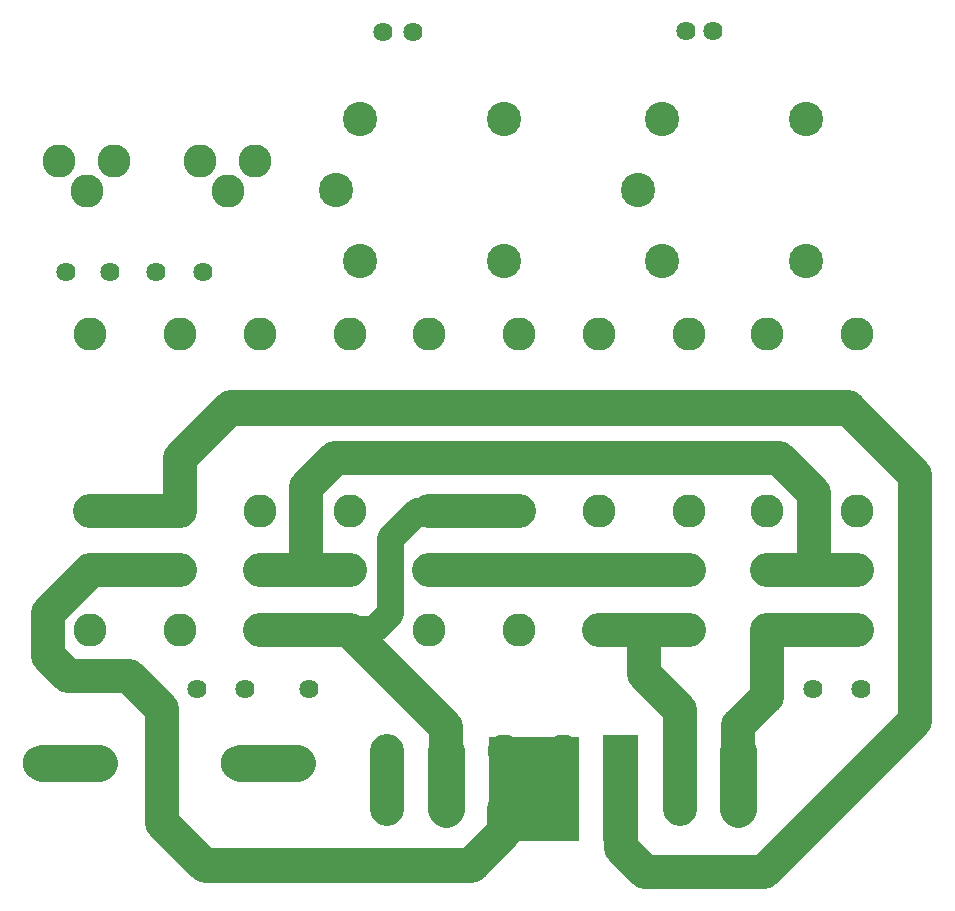
<source format=gbs>
G04 Layer: BottomSolderMaskLayer*
G04 EasyEDA v6.5.50, 2025-05-27 18:24:41*
G04 5b2fd3c6aefe434ba720ef86c0c68af7,b37a74ae5ac9402f918d5afa9d52dbed,10*
G04 Gerber Generator version 0.2*
G04 Scale: 100 percent, Rotated: No, Reflected: No *
G04 Dimensions in millimeters *
G04 leading zeros omitted , absolute positions ,4 integer and 5 decimal *
%FSLAX45Y45*%
%MOMM*%

%ADD10C,2.9016*%
%ADD11C,2.3016*%
%ADD12C,3.1016*%
%ADD13C,2.8956*%
%ADD14C,2.8016*%
%ADD15C,1.6256*%
%ADD16C,0.0162*%

%LPD*%
D10*
X1460500Y3302000D02*
G01*
X1460500Y3746500D01*
X1892300Y4178300D01*
X7112000Y4178300D01*
X7683500Y3606800D01*
X7683500Y1524000D01*
X6400800Y241300D01*
X5397500Y241300D01*
X5194300Y444500D01*
X5194300Y774700D01*
X1460500Y3302000D02*
G01*
X1460500Y3746500D01*
X1892300Y4178300D01*
X7112000Y4178300D01*
X7683500Y3606800D01*
X7683500Y2514600D01*
X1460500Y3302000D02*
G01*
X1460500Y3746500D01*
X1879600Y4165600D01*
X7124700Y4165600D01*
X7683500Y3606800D01*
X7683500Y2514600D01*
D11*
X3568700Y3302000D02*
G01*
X3467100Y3302000D01*
X3238500Y3073400D01*
X3238500Y2438400D01*
X3098800Y2298700D01*
X2900299Y2298700D01*
X2895600Y2294001D01*
D12*
X774700Y1169235D02*
G01*
X292100Y1169235D01*
X2451100Y1168405D02*
G01*
X1968500Y1168405D01*
D10*
X6184900Y1270000D02*
G01*
X6184900Y1485900D01*
X6426200Y1727200D01*
X6426200Y2294001D01*
X4203700Y774700D02*
G01*
X4203700Y571500D01*
X3937000Y304800D01*
X1663700Y304800D01*
X1308100Y660400D01*
X1308100Y1625600D01*
X1028700Y1905000D01*
X508000Y1905000D01*
X342900Y2070100D01*
X342900Y2438400D01*
X698500Y2794000D01*
X698500Y2797987D01*
X4203700Y774700D02*
G01*
X4203700Y571500D01*
X3924300Y292100D01*
X1676400Y292100D01*
X1308100Y660400D01*
X1308100Y1625600D01*
X1028700Y1905000D01*
X508000Y1905000D01*
X342900Y2070100D01*
X342900Y2438400D01*
X698500Y2794000D01*
X698500Y2797987D01*
X4203700Y774700D02*
G01*
X4203700Y584200D01*
X3911600Y292100D01*
X1676400Y292100D01*
X1308100Y660400D01*
X1308100Y1625600D01*
X1028700Y1905000D01*
X508000Y1905000D01*
X342900Y2070100D01*
X342900Y2438400D01*
X698500Y2794000D01*
X698500Y2797987D01*
X4203700Y774700D02*
G01*
X4203700Y584200D01*
X3911600Y292100D01*
X1676400Y292100D01*
X1308100Y660400D01*
X1308100Y1625600D01*
X1028700Y1905000D01*
X508000Y1905000D01*
X342900Y2070100D01*
X342900Y2438400D01*
X698500Y2794000D01*
X698500Y2797987D01*
D12*
X774700Y1169235D02*
G01*
X292100Y1169235D01*
X2451100Y1168405D02*
G01*
X1968500Y1168405D01*
X6184900Y774697D02*
G01*
X6184900Y1269997D01*
D10*
X5689600Y774697D02*
G01*
X5689600Y1269997D01*
X3213100Y1269997D02*
G01*
X3213100Y774697D01*
D12*
X3708400Y774697D02*
G01*
X3708400Y1269997D01*
X6184900Y774697D02*
G01*
X6184900Y1269997D01*
D10*
X5689600Y774697D02*
G01*
X5689600Y1269997D01*
X3213100Y1269997D02*
G01*
X3213100Y774697D01*
D12*
X3708400Y774697D02*
G01*
X3708400Y1269997D01*
D10*
X6426200Y2293998D02*
G01*
X7188200Y2293998D01*
X6426200Y2797985D02*
G01*
X7188200Y2797985D01*
X5003800Y2293998D02*
G01*
X5765800Y2293998D01*
X5689600Y1269997D02*
G01*
X5689600Y1612897D01*
X5384800Y1917697D01*
X5384800Y2260597D01*
X5003800Y2797985D02*
G01*
X5765800Y2797985D01*
X5003800Y2797985D02*
G01*
X3568700Y2797985D01*
X2895600Y2293998D02*
G01*
X2895600Y2285997D01*
X3708400Y1473197D01*
X3708400Y1269997D01*
X2133600Y2293998D02*
G01*
X2895600Y2293998D01*
X4330700Y3301997D02*
G01*
X3568700Y3301997D01*
X6822742Y2797985D02*
G01*
X6822742Y3451555D01*
X6527800Y3746497D01*
X2768600Y3746497D01*
X2527300Y3505197D01*
X2527300Y2797985D01*
X2133600Y2797985D02*
G01*
X2895600Y2797985D01*
X698500Y2797985D02*
G01*
X1460500Y2797985D01*
X698500Y3301997D02*
G01*
X1460500Y3301997D01*
X6426200Y2293998D02*
G01*
X7188200Y2293998D01*
X6426200Y2797985D02*
G01*
X7188200Y2797985D01*
X5003800Y2293998D02*
G01*
X5765800Y2293998D01*
X5689600Y1269997D02*
G01*
X5689600Y1612897D01*
X5384800Y1917697D01*
X5384800Y2260597D01*
X5003800Y2797985D02*
G01*
X5765800Y2797985D01*
X5003800Y2797985D02*
G01*
X3568700Y2797985D01*
X2895600Y2293998D02*
G01*
X2895600Y2285997D01*
X3708400Y1473197D01*
X3708400Y1269997D01*
X2133600Y2293998D02*
G01*
X2895600Y2293998D01*
X4330700Y3301997D02*
G01*
X3568700Y3301997D01*
X6822742Y2797985D02*
G01*
X6822742Y3451555D01*
X6527800Y3746497D01*
X2768600Y3746497D01*
X2527300Y3505197D01*
X2527300Y2797985D01*
X2133600Y2797985D02*
G01*
X2895600Y2797985D01*
X698500Y2797985D02*
G01*
X1460500Y2797985D01*
X698500Y3301997D02*
G01*
X1460500Y3301997D01*
X6426200Y2293998D02*
G01*
X7188200Y2293998D01*
X6426200Y2797985D02*
G01*
X7188200Y2797985D01*
X5003800Y2293998D02*
G01*
X5765800Y2293998D01*
X5689600Y1269997D02*
G01*
X5689600Y1612897D01*
X5384800Y1917697D01*
X5384800Y2260597D01*
X5003800Y2797985D02*
G01*
X5765800Y2797985D01*
X5003800Y2797985D02*
G01*
X3568700Y2797985D01*
X2895600Y2293998D02*
G01*
X2895600Y2285997D01*
X3708400Y1473197D01*
X3708400Y1269997D01*
X2133600Y2293998D02*
G01*
X2895600Y2293998D01*
X4330700Y3301997D02*
G01*
X3568700Y3301997D01*
X6822742Y2797985D02*
G01*
X6822742Y3451555D01*
X6527800Y3746497D01*
X2768600Y3746497D01*
X2527300Y3505197D01*
X2527300Y2797985D01*
X2133600Y2797985D02*
G01*
X2895600Y2797985D01*
X698500Y2797985D02*
G01*
X1460500Y2797985D01*
X698500Y3301997D02*
G01*
X1460500Y3301997D01*
D12*
X2451100Y1168405D02*
G01*
X1968500Y1168405D01*
X774700Y1169235D02*
G01*
X292100Y1169235D01*
X6184900Y774697D02*
G01*
X6184900Y1269997D01*
X3708400Y774697D02*
G01*
X3708400Y1269997D01*
D13*
G01*
X6755206Y5419852D03*
G01*
X5335193Y6019800D03*
G01*
X5535193Y6619798D03*
G01*
X5535193Y5419801D03*
G01*
X6755206Y6619747D03*
G01*
X4202506Y5419852D03*
G01*
X2782493Y6019800D03*
G01*
X2982493Y6619798D03*
G01*
X2982493Y5419801D03*
G01*
X4202506Y6619747D03*
D14*
G01*
X698500Y4800600D03*
G01*
X1460500Y4800600D03*
G01*
X698500Y3302000D03*
G01*
X698500Y2797987D03*
G01*
X698500Y2294001D03*
G01*
X1460500Y2294001D03*
G01*
X1460500Y2797987D03*
G01*
X1460500Y3302000D03*
G01*
X6184900Y774700D03*
G01*
X6184900Y1270000D03*
G01*
X5689600Y774700D03*
G01*
X5689600Y1270000D03*
G01*
X5194300Y774700D03*
G01*
X5194300Y1270000D03*
G01*
X4699000Y774700D03*
G01*
X4699000Y1270000D03*
G01*
X4203700Y774700D03*
G01*
X4203700Y1270000D03*
G01*
X3708400Y1270000D03*
G01*
X3708400Y774700D03*
G01*
X3213100Y774700D03*
G01*
X3213100Y1270000D03*
G01*
X2895600Y3302000D03*
G01*
X2895600Y2797987D03*
G01*
X2895600Y2294001D03*
G01*
X2133600Y2294001D03*
G01*
X2133600Y2797987D03*
G01*
X2133600Y3302000D03*
G01*
X2895600Y4800600D03*
G01*
X2133600Y4800600D03*
G01*
X5003800Y4800600D03*
G01*
X5765800Y4800600D03*
G01*
X5003800Y3302000D03*
G01*
X5003800Y2797987D03*
G01*
X5003800Y2294001D03*
G01*
X5765800Y2294001D03*
G01*
X5765800Y2797987D03*
G01*
X5765800Y3302000D03*
G01*
X4330700Y3302000D03*
G01*
X4330700Y2797987D03*
G01*
X4330700Y2294001D03*
G01*
X3568700Y2294001D03*
G01*
X3568700Y2797987D03*
G01*
X3568700Y3302000D03*
G01*
X4330700Y4800600D03*
G01*
X3568700Y4800600D03*
G01*
X7188200Y3302000D03*
G01*
X7188200Y2797987D03*
G01*
X7188200Y2294001D03*
G01*
X6426200Y2294001D03*
G01*
X6426200Y2797987D03*
G01*
X6426200Y3302000D03*
G01*
X7188200Y4800600D03*
G01*
X6426200Y4800600D03*
G01*
X774700Y1169238D03*
G01*
X266700Y1169365D03*
G01*
X1943100Y1169238D03*
G01*
X2451100Y1168400D03*
D15*
G01*
X1600200Y1790700D03*
G01*
X2006600Y1790700D03*
D14*
G01*
X1625600Y6261100D03*
G01*
X1866900Y6007100D03*
G01*
X2095500Y6261100D03*
G01*
X901700Y6261100D03*
G01*
X673100Y6007100D03*
G01*
X431800Y6261100D03*
D15*
G01*
X6819900Y1790700D03*
G01*
X7226300Y1790700D03*
G01*
X2552700Y1790700D03*
G01*
X495300Y5321300D03*
G01*
X863600Y5321300D03*
G01*
X1257300Y5321300D03*
G01*
X1651000Y5321300D03*
G01*
X3175000Y7353300D03*
G01*
X5740400Y7366000D03*
G01*
X3429000Y7353300D03*
G01*
X5969000Y7366000D03*
G36*
X4076700Y1384300D02*
G01*
X4838700Y1384300D01*
X4838700Y508000D01*
X4076700Y508000D01*
G37*
G36*
X5036820Y1402079D02*
G01*
X5339079Y1402079D01*
X5339079Y502919D01*
X5036820Y502919D01*
G37*
G36*
X5036820Y1402079D02*
G01*
X5339079Y1402079D01*
X5339079Y502919D01*
X5036820Y502919D01*
G37*
M02*

</source>
